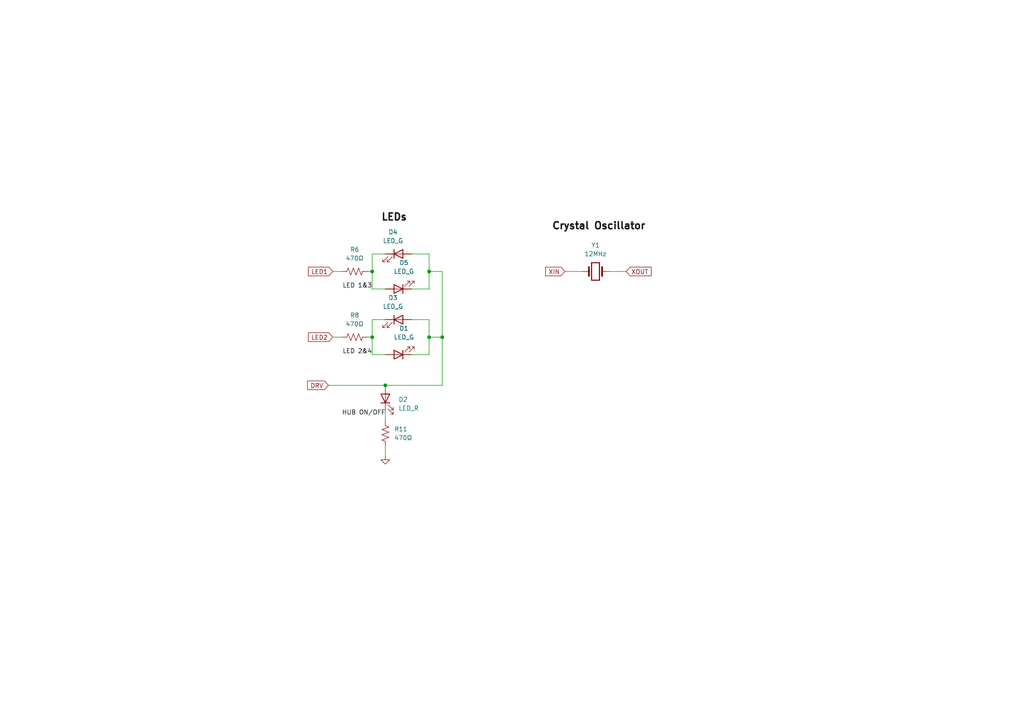
<source format=kicad_sch>
(kicad_sch (version 20231120) (generator "eeschema") (generator_version "8.0")
  (paper "A4")
  (lib_symbols
    (symbol "Device:Crystal" (pin_numbers hide) (pin_names (offset 1.016) hide)
      (property "Reference" "Y" (at 0 3.81 0))
      (property "Value" "Crystal" (at 0 -3.81 0))
      (symbol "Crystal_0_1"
        (rectangle (start -1.143 2.54) (end 1.143 -2.54) (stroke (width 0.3048)))
        (polyline (pts (xy -2.54 0) (xy -1.905 0)))
        (polyline (pts (xy -1.905 -1.27) (xy -1.905 1.27)) (stroke (width 0.508)))
        (polyline (pts (xy 1.905 -1.27) (xy 1.905 1.27)) (stroke (width 0.508)))
        (polyline (pts (xy 2.54 0) (xy 1.905 0)))
      )
      (symbol "Crystal_1_1"
        (pin passive line (at -3.81 0 0) (length 1.27) (name "1") (number "1"))
        (pin passive line (at 3.81 0 180) (length 1.27) (name "2") (number "2"))
      )
    )
    (symbol "Device:LED" (pin_numbers hide) (pin_names (offset 1.016) hide)
      (property "Reference" "D" (at 0 2.54 0))
      (property "Value" "LED" (at 0 -2.54 0))
      (symbol "LED_0_1"
        (polyline (pts (xy -1.27 -1.27) (xy -1.27 1.27)) (stroke (width 0.254)))
        (polyline (pts (xy -1.27 0) (xy 1.27 0)))
        (polyline (pts (xy 1.27 -1.27) (xy 1.27 1.27) (xy -1.27 0) (xy 1.27 -1.27)) (stroke (width 0.254)))
        (polyline (pts (xy -3.048 -0.762) (xy -4.572 -2.286) (xy -3.81 -2.286) (xy -4.572 -2.286) (xy -4.572 -1.524)))
        (polyline (pts (xy -1.778 -0.762) (xy -3.302 -2.286) (xy -2.54 -2.286) (xy -3.302 -2.286) (xy -3.302 -1.524)))
      )
      (symbol "LED_1_1"
        (pin passive line (at -3.81 0 0) (length 2.54) (name "K") (number "1"))
        (pin passive line (at 3.81 0 180) (length 2.54) (name "A") (number "2"))
      )
    )
    (symbol "Device:R_US" (pin_numbers hide) (pin_names (offset 0))
      (property "Reference" "R" (at 2.54 0 90))
      (property "Value" "R_US" (at -2.54 0 90))
      (symbol "R_US_0_1"
        (polyline (pts (xy 0 -2.286) (xy 0 -2.54)))
        (polyline (pts (xy 0 2.286) (xy 0 2.54)))
        (polyline (pts (xy 0 -0.762) (xy 1.016 -1.143) (xy 0 -1.524) (xy -1.016 -1.905) (xy 0 -2.286)))
        (polyline (pts (xy 0 0.762) (xy 1.016 0.381) (xy 0 0) (xy -1.016 -0.381) (xy 0 -0.762)))
        (polyline (pts (xy 0 2.286) (xy 1.016 1.905) (xy 0 1.524) (xy -1.016 1.143) (xy 0 0.762)))
      )
      (symbol "R_US_1_1"
        (pin passive line (at 0 3.81 270) (length 1.27) (name "~") (number "1"))
        (pin passive line (at 0 -3.81 90) (length 1.27) (name "~") (number "2"))
      )
    )
    (symbol "power:GND" (power) (pin_numbers hide) (pin_names (offset 0) hide)
      (property "Value" "GND" (at 0 -3.81 0))
      (symbol "GND_0_1"
        (polyline (pts (xy 0 0) (xy 0 -1.27) (xy 1.27 -1.27) (xy 0 -2.54) (xy -1.27 -1.27) (xy 0 -1.27)))
      )
      (symbol "GND_1_1"
        (pin power_in line (at 0 0 270) (length 0) (name "~") (number "1"))
      )
    )
  )
  (junction (at 128.27 97.79))
  (junction (at 107.95 78.74))
  (junction (at 111.76 111.76))
  (junction (at 124.46 78.74))
  (junction (at 107.95 97.79))
  (junction (at 124.46 97.79))
  (wire (pts (xy 111.76 102.87) (xy 107.95 102.87)))
  (wire (pts (xy 124.46 73.66) (xy 119.38 73.66)))
  (wire (pts (xy 176.53 78.74) (xy 181.61 78.74)))
  (wire (pts (xy 95.25 111.76) (xy 111.76 111.76)))
  (wire (pts (xy 124.46 83.82) (xy 124.46 78.74)))
  (wire (pts (xy 124.46 78.74) (xy 124.46 73.66)))
  (wire (pts (xy 128.27 111.76) (xy 111.76 111.76)))
  (wire (pts (xy 124.46 78.74) (xy 128.27 78.74)))
  (wire (pts (xy 107.95 97.79) (xy 107.95 92.71)))
  (wire (pts (xy 119.38 92.71) (xy 124.46 92.71)))
  (wire (pts (xy 128.27 97.79) (xy 124.46 97.79)))
  (wire (pts (xy 128.27 97.79) (xy 128.27 111.76)))
  (wire (pts (xy 163.83 78.74) (xy 168.91 78.74)))
  (wire (pts (xy 106.68 97.79) (xy 107.95 97.79)))
  (wire (pts (xy 119.38 102.87) (xy 124.46 102.87)))
  (wire (pts (xy 128.27 78.74) (xy 128.27 97.79)))
  (wire (pts (xy 106.68 78.74) (xy 107.95 78.74)))
  (wire (pts (xy 111.76 119.38) (xy 111.76 121.92)))
  (wire (pts (xy 119.38 83.82) (xy 124.46 83.82)))
  (wire (pts (xy 124.46 102.87) (xy 124.46 97.79)))
  (wire (pts (xy 96.52 78.74) (xy 99.06 78.74)))
  (wire (pts (xy 107.95 73.66) (xy 111.76 73.66)))
  (wire (pts (xy 111.76 129.54) (xy 111.76 132.08)))
  (wire (pts (xy 111.76 83.82) (xy 107.95 83.82)))
  (wire (pts (xy 96.52 97.79) (xy 99.06 97.79)))
  (wire (pts (xy 107.95 78.74) (xy 107.95 83.82)))
  (wire (pts (xy 107.95 92.71) (xy 111.76 92.71)))
  (wire (pts (xy 124.46 97.79) (xy 124.46 92.71)))
  (wire (pts (xy 107.95 78.74) (xy 107.95 73.66)))
  (wire (pts (xy 107.95 102.87) (xy 107.95 97.79)))
  (label "LED 1&3" (at 107.95 83.82 180))
  (label "Crystal Oscillator" (at 160.02 67.31 0) (effects (font (size 2.032 2.032) (thickness 0.4064) (bold yes))))
  (label "LEDs" (at 110.49 64.77 0) (effects (font (size 2.032 2.032) (thickness 0.4064) (bold yes))))
  (label "HUB ON{slash}OFF" (at 111.76 120.65 180))
  (label "LED 2&4" (at 107.95 102.87 180))
  (global_label "LED1" (shape input) (at 96.52 78.74 180) (property "Intersheetrefs" "${INTERSHEET_REFS}" (effects (hide yes))))
  (global_label "DRV" (shape input) (at 95.25 111.76 180) (property "Intersheetrefs" "${INTERSHEET_REFS}" (effects (hide yes))))
  (global_label "XIN" (shape input) (at 163.83 78.74 180) (property "Intersheetrefs" "${INTERSHEET_REFS}" (effects (hide yes))))
  (global_label "XOUT" (shape input) (at 181.61 78.74 0) (property "Intersheetrefs" "${INTERSHEET_REFS}" (effects (hide yes))))
  (global_label "LED2" (shape input) (at 96.52 97.79 180) (property "Intersheetrefs" "${INTERSHEET_REFS}" (effects (hide yes))))
  (symbol (lib_id "Device:LED") (at 115.57 73.66 0) (unit 1)
    (property "Reference" "D4" (at 113.9825 67.31 0))
    (property "Value" "LED_G" (at 113.9825 69.85 0))
    (property "Footprint" "LED_SMD:LED_0805_2012Metric_Pad1.15x1.40mm_HandSolder" (effects (hide yes)))
    (property "Description" "Light emitting diode" (effects (hide yes)))
  )
  (symbol (lib_id "power:GND") (at 111.76 132.08 0) (unit 1)
    (property "Reference" "#PWR018" (effects (hide yes)))
    (property "Value" "GND" (effects (hide yes)))
    (property "Description" "Power symbol creates a global label with name \"GND\" , ground" (effects (hide yes)))
  )
  (symbol (lib_id "Device:LED") (at 115.57 102.87 180) (unit 1)
    (property "Reference" "D1" (at 117.1575 95.25 0))
    (property "Value" "LED_G" (at 117.1575 97.79 0))
    (property "Footprint" "LED_SMD:LED_0805_2012Metric_Pad1.15x1.40mm_HandSolder" (effects (hide yes)))
    (property "Description" "Light emitting diode" (effects (hide yes)))
  )
  (symbol (lib_id "Device:LED") (at 115.57 83.82 180) (unit 1)
    (property "Reference" "D5" (at 117.1575 76.2 0))
    (property "Value" "LED_G" (at 117.1575 78.74 0))
    (property "Footprint" "LED_SMD:LED_0805_2012Metric_Pad1.15x1.40mm_HandSolder" (effects (hide yes)))
    (property "Description" "Light emitting diode" (effects (hide yes)))
  )
  (symbol (lib_id "Device:R_US") (at 102.87 97.79 90) (unit 1)
    (property "Reference" "R8" (at 102.87 91.44 90))
    (property "Value" "470Ω" (at 102.87 93.98 90))
    (property "Footprint" "Resistor_SMD:R_0805_2012Metric_Pad1.20x1.40mm_HandSolder" (effects (hide yes)))
    (property "Description" "Resistor, US symbol" (effects (hide yes)))
  )
  (symbol (lib_id "Device:R_US") (at 111.76 125.73 180) (unit 1)
    (property "Reference" "R11" (at 114.3 124.4599 0) (effects (justify right)))
    (property "Value" "470Ω" (at 114.3 126.9999 0) (effects (justify right)))
    (property "Footprint" "Resistor_SMD:R_0805_2012Metric_Pad1.20x1.40mm_HandSolder" (effects (hide yes)))
    (property "Description" "Resistor, US symbol" (effects (hide yes)))
  )
  (symbol (lib_id "Device:LED") (at 111.76 115.57 90) (unit 1)
    (property "Reference" "D2" (at 115.57 115.8874 90) (effects (justify right)))
    (property "Value" "LED_R" (at 115.57 118.4274 90) (effects (justify right)))
    (property "Footprint" "LED_SMD:LED_0805_2012Metric_Pad1.15x1.40mm_HandSolder" (effects (hide yes)))
    (property "Description" "Light emitting diode" (effects (hide yes)))
  )
  (symbol (lib_id "Device:LED") (at 115.57 92.71 0) (unit 1)
    (property "Reference" "D3" (at 113.9825 86.36 0))
    (property "Value" "LED_G" (at 113.9825 88.9 0))
    (property "Footprint" "LED_SMD:LED_0805_2012Metric_Pad1.15x1.40mm_HandSolder" (effects (hide yes)))
    (property "Description" "Light emitting diode" (effects (hide yes)))
  )
  (symbol (lib_id "Device:R_US") (at 102.87 78.74 90) (unit 1)
    (property "Reference" "R6" (at 102.87 72.39 90))
    (property "Value" "470Ω" (at 102.87 74.93 90))
    (property "Footprint" "Resistor_SMD:R_0805_2012Metric_Pad1.20x1.40mm_HandSolder" (effects (hide yes)))
    (property "Description" "Resistor, US symbol" (effects (hide yes)))
  )
  (symbol (lib_id "Device:Crystal") (at 172.72 78.74 0) (unit 1)
    (property "Reference" "Y1" (at 172.72 71.12 0))
    (property "Value" "12MHz" (at 172.72 73.66 0))
    (property "Footprint" "Crystal:Crystal_HC49-U_Vertical" (effects (hide yes)))
    (property "Description" "Two pin crystal" (effects (hide yes)))
  )
)
</source>
